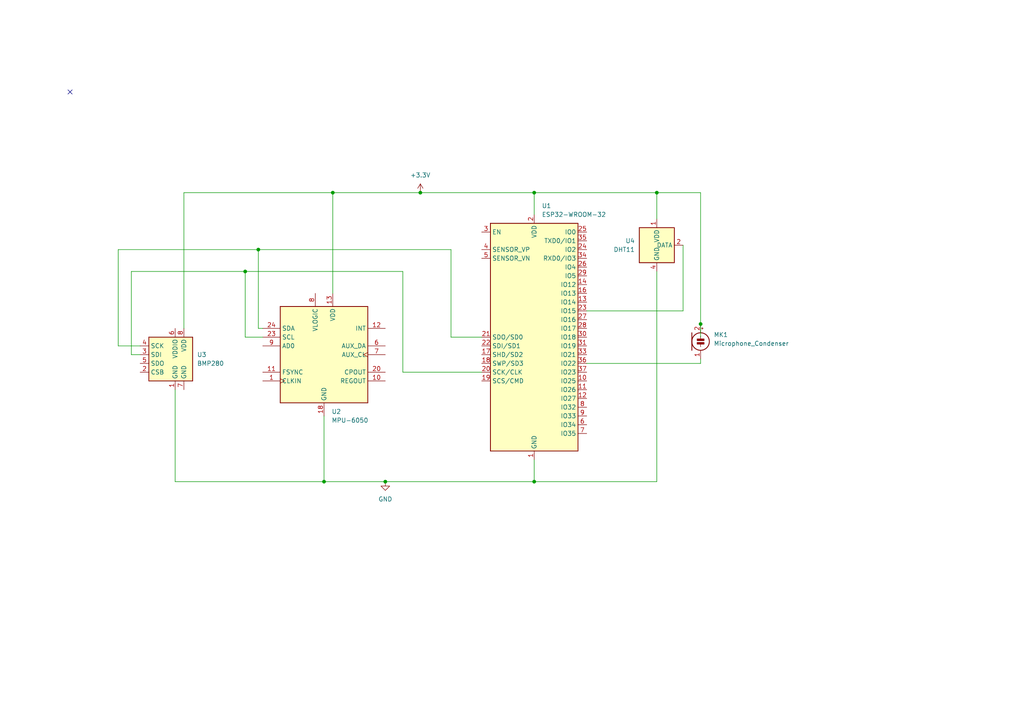
<source format=kicad_sch>
(kicad_sch (version 20230121) (generator eeschema)
  (paper "A4")
  (lib_symbols
    (symbol "Device:Microphone_Condenser" (pin_names (offset 0.0254) hide)
      (property "Reference" "MK" (at -3.302 1.27 0))
      (property "Value" "Microphone_Condenser" (at -3.302 -0.635 0))
      (symbol "Microphone_Condenser_0_1"
        (polyline (pts (xy -2.54 2.54) (xy -2.54 -2.54)) (stroke (width 0.254)))
        (polyline (pts (xy 0 -0.762) (xy 0 -1.524)))
        (polyline (pts (xy 0 0.762) (xy 0 1.524)))
        (polyline (pts (xy 0.254 3.81) (xy 0.762 3.81)))
        (polyline (pts (xy 0.508 4.064) (xy 0.508 3.556)))
        (circle (center 0 0) (radius 2.54) (stroke (width 0.254)))
        (rectangle (start 1.016 -0.254) (end -1.016 -0.762) (fill (type outline)))
        (rectangle (start 1.016 0.762) (end -1.016 0.254) (fill (type outline)))
      )
      (symbol "Microphone_Condenser_1_1"
        (pin passive line (at 0 -5.08 90) (length 2.54) (name "-") (number "1"))
        (pin passive line (at 0 5.08 270) (length 2.54) (name "+") (number "2"))
      )
    )
    (symbol "RF_Module:ESP32-WROOM-32"
      (property "Reference" "U" (at -12.7 34.29 0))
      (property "Value" "ESP32-WROOM-32" (at 1.27 34.29 0))
      (symbol "ESP32-WROOM-32_0_1"
        (rectangle (start -12.7 33.02) (end 12.7 -33.02) (stroke (width 0.254)) (fill (type background)))
      )
      (symbol "ESP32-WROOM-32_1_1"
        (pin power_in line (at 0 -35.56 90) (length 2.54) (name "GND") (number "1"))
        (pin bidirectional line (at 15.24 -12.7 180) (length 2.54) (name "IO25") (number "10"))
        (pin bidirectional line (at 15.24 -15.24 180) (length 2.54) (name "IO26") (number "11"))
        (pin bidirectional line (at 15.24 -17.78 180) (length 2.54) (name "IO27") (number "12"))
        (pin bidirectional line (at 15.24 10.16 180) (length 2.54) (name "IO14") (number "13"))
        (pin bidirectional line (at 15.24 15.24 180) (length 2.54) (name "IO12") (number "14"))
        (pin passive line (at 0 -35.56 90) (length 2.54) hide (name "GND") (number "15"))
        (pin bidirectional line (at 15.24 12.7 180) (length 2.54) (name "IO13") (number "16"))
        (pin bidirectional line (at -15.24 -5.08 0) (length 2.54) (name "SHD/SD2") (number "17"))
        (pin bidirectional line (at -15.24 -7.62 0) (length 2.54) (name "SWP/SD3") (number "18"))
        (pin bidirectional line (at -15.24 -12.7 0) (length 2.54) (name "SCS/CMD") (number "19"))
        (pin power_in line (at 0 35.56 270) (length 2.54) (name "VDD") (number "2"))
        (pin bidirectional line (at -15.24 -10.16 0) (length 2.54) (name "SCK/CLK") (number "20"))
        (pin bidirectional line (at -15.24 0 0) (length 2.54) (name "SDO/SD0") (number "21"))
        (pin bidirectional line (at -15.24 -2.54 0) (length 2.54) (name "SDI/SD1") (number "22"))
        (pin bidirectional line (at 15.24 7.62 180) (length 2.54) (name "IO15") (number "23"))
        (pin bidirectional line (at 15.24 25.4 180) (length 2.54) (name "IO2") (number "24"))
        (pin bidirectional line (at 15.24 30.48 180) (length 2.54) (name "IO0") (number "25"))
        (pin bidirectional line (at 15.24 20.32 180) (length 2.54) (name "IO4") (number "26"))
        (pin bidirectional line (at 15.24 5.08 180) (length 2.54) (name "IO16") (number "27"))
        (pin bidirectional line (at 15.24 2.54 180) (length 2.54) (name "IO17") (number "28"))
        (pin bidirectional line (at 15.24 17.78 180) (length 2.54) (name "IO5") (number "29"))
        (pin input line (at -15.24 30.48 0) (length 2.54) (name "EN") (number "3"))
        (pin bidirectional line (at 15.24 0 180) (length 2.54) (name "IO18") (number "30"))
        (pin bidirectional line (at 15.24 -2.54 180) (length 2.54) (name "IO19") (number "31"))
        (pin no_connect line (at -12.7 -27.94 0) (length 2.54) hide (name "NC") (number "32"))
        (pin bidirectional line (at 15.24 -5.08 180) (length 2.54) (name "IO21") (number "33"))
        (pin bidirectional line (at 15.24 22.86 180) (length 2.54) (name "RXD0/IO3") (number "34"))
        (pin bidirectional line (at 15.24 27.94 180) (length 2.54) (name "TXD0/IO1") (number "35"))
        (pin bidirectional line (at 15.24 -7.62 180) (length 2.54) (name "IO22") (number "36"))
        (pin bidirectional line (at 15.24 -10.16 180) (length 2.54) (name "IO23") (number "37"))
        (pin passive line (at 0 -35.56 90) (length 2.54) hide (name "GND") (number "38"))
        (pin passive line (at 0 -35.56 90) (length 2.54) hide (name "GND") (number "39"))
        (pin input line (at -15.24 25.4 0) (length 2.54) (name "SENSOR_VP") (number "4"))
        (pin input line (at -15.24 22.86 0) (length 2.54) (name "SENSOR_VN") (number "5"))
        (pin input line (at 15.24 -25.4 180) (length 2.54) (name "IO34") (number "6"))
        (pin input line (at 15.24 -27.94 180) (length 2.54) (name "IO35") (number "7"))
        (pin bidirectional line (at 15.24 -20.32 180) (length 2.54) (name "IO32") (number "8"))
        (pin bidirectional line (at 15.24 -22.86 180) (length 2.54) (name "IO33") (number "9"))
      )
    )
    (symbol "Sensor:DHT11"
      (property "Reference" "U" (at -3.81 6.35 0))
      (property "Value" "DHT11" (at 3.81 6.35 0))
      (symbol "DHT11_0_1"
        (rectangle (start -5.08 5.08) (end 5.08 -5.08) (stroke (width 0.254)) (fill (type background)))
      )
      (symbol "DHT11_1_1"
        (pin power_in line (at 0 7.62 270) (length 2.54) (name "VDD") (number "1"))
        (pin bidirectional line (at 7.62 0 180) (length 2.54) (name "DATA") (number "2"))
        (pin no_connect line (at -5.08 0 0) (length 2.54) hide (name "NC") (number "3"))
        (pin power_in line (at 0 -7.62 90) (length 2.54) (name "GND") (number "4"))
      )
    )
    (symbol "Sensor_Motion:MPU-6050"
      (property "Reference" "U" (at -11.43 13.97 0))
      (property "Value" "MPU-6050" (at 7.62 -15.24 0))
      (symbol "MPU-6050_0_0"
        (text "" (at 12.7 -2.54 0) (effects (font (size 1.27 1.27))))
      )
      (symbol "MPU-6050_0_1"
        (rectangle (start -12.7 13.97) (end 12.7 -13.97) (stroke (width 0.254)) (fill (type background)))
      )
      (symbol "MPU-6050_1_1"
        (pin input clock (at -17.78 -7.62 0) (length 5.08) (name "CLKIN") (number "1"))
        (pin passive line (at 17.78 -7.62 180) (length 5.08) (name "REGOUT") (number "10"))
        (pin input line (at -17.78 -5.08 0) (length 5.08) (name "FSYNC") (number "11"))
        (pin output line (at 17.78 7.62 180) (length 5.08) (name "INT") (number "12"))
        (pin power_in line (at 2.54 17.78 270) (length 3.81) (name "VDD") (number "13"))
        (pin no_connect line (at -12.7 -10.16 0) (length 2.54) hide (name "NC") (number "14"))
        (pin no_connect line (at 12.7 12.7 180) (length 2.54) hide (name "NC") (number "15"))
        (pin no_connect line (at 12.7 10.16 180) (length 2.54) hide (name "NC") (number "16"))
        (pin no_connect line (at 12.7 5.08 180) (length 2.54) hide (name "NC") (number "17"))
        (pin power_in line (at 0 -17.78 90) (length 3.81) (name "GND") (number "18"))
        (pin no_connect line (at 12.7 -10.16 180) (length 2.54) hide (name "RESV") (number "19"))
        (pin no_connect line (at -12.7 12.7 0) (length 2.54) hide (name "NC") (number "2"))
        (pin passive line (at 17.78 -5.08 180) (length 5.08) (name "CPOUT") (number "20"))
        (pin no_connect line (at 12.7 -2.54 180) (length 2.54) hide (name "RESV") (number "21"))
        (pin no_connect line (at 12.7 -12.7 180) (length 2.54) hide (name "RESV") (number "22"))
        (pin input line (at -17.78 5.08 0) (length 5.08) (name "SCL") (number "23"))
        (pin bidirectional line (at -17.78 7.62 0) (length 5.08) (name "SDA") (number "24"))
        (pin no_connect line (at -12.7 10.16 0) (length 2.54) hide (name "NC") (number "3"))
        (pin no_connect line (at -12.7 0 0) (length 2.54) hide (name "NC") (number "4"))
        (pin no_connect line (at -12.7 -2.54 0) (length 2.54) hide (name "NC") (number "5"))
        (pin bidirectional line (at 17.78 2.54 180) (length 5.08) (name "AUX_DA") (number "6"))
        (pin output clock (at 17.78 0 180) (length 5.08) (name "AUX_CL") (number "7"))
        (pin power_in line (at -2.54 17.78 270) (length 3.81) (name "VLOGIC") (number "8"))
        (pin input line (at -17.78 2.54 0) (length 5.08) (name "AD0") (number "9"))
      )
    )
    (symbol "Sensor_Pressure:BMP280"
      (property "Reference" "U" (at -7.62 10.16 0))
      (property "Value" "BMP280" (at 5.08 10.16 0))
      (symbol "BMP280_0_1"
        (rectangle (start -7.62 -5.08) (end 5.08 7.62) (stroke (width 0.254)) (fill (type background)))
      )
      (symbol "BMP280_1_1"
        (pin power_in line (at 0 -7.62 90) (length 2.54) (name "GND") (number "1"))
        (pin input line (at -10.16 -2.54 0) (length 2.54) (name "CSB") (number "2"))
        (pin bidirectional line (at -10.16 2.54 0) (length 2.54) (name "SDI") (number "3"))
        (pin input line (at -10.16 5.08 0) (length 2.54) (name "SCK") (number "4"))
        (pin bidirectional line (at -10.16 0 0) (length 2.54) (name "SDO") (number "5"))
        (pin power_in line (at 0 10.16 270) (length 2.54) (name "VDDIO") (number "6"))
        (pin power_in line (at 2.54 -7.62 90) (length 2.54) (name "GND") (number "7"))
        (pin power_in line (at 2.54 10.16 270) (length 2.54) (name "VDD") (number "8"))
      )
    )
    (symbol "power:+3.3V" (power) (pin_names (offset 0))
      (property "Value" "+3.3V" (at 0 3.556 0))
      (symbol "+3.3V_0_1"
        (polyline (pts (xy -0.762 1.27) (xy 0 2.54)))
        (polyline (pts (xy 0 0) (xy 0 2.54)))
        (polyline (pts (xy 0 2.54) (xy 0.762 1.27)))
      )
      (symbol "+3.3V_1_1"
        (pin power_in line (at 0 0 90) (length 0) hide (name "+3.3V") (number "1"))
      )
    )
    (symbol "power:GND" (power) (pin_names (offset 0))
      (property "Value" "GND" (at 0 -3.81 0))
      (symbol "GND_0_1"
        (polyline (pts (xy 0 0) (xy 0 -1.27) (xy 1.27 -1.27) (xy 0 -2.54) (xy -1.27 -1.27) (xy 0 -1.27)))
      )
      (symbol "GND_1_1"
        (pin power_in line (at 0 0 270) (length 0) hide (name "GND") (number "1"))
      )
    )
  )
  (junction (at 121.92 55.88))
  (junction (at 190.5 55.88))
  (junction (at 154.94 55.88))
  (junction (at 111.76 139.7))
  (junction (at 154.94 139.7))
  (junction (at 96.52 55.88))
  (junction (at 71.12 78.74))
  (junction (at 74.93 72.39))
  (junction (at 93.98 139.7))
  (junction (at 203.2 93.98))
  (no_connect (at 20.32 26.67))
  (wire (pts (xy 154.94 139.7) (xy 190.5 139.7)))
  (wire (pts (xy 74.93 72.39) (xy 74.93 95.25)))
  (wire (pts (xy 203.2 93.98) (xy 203.2 97.79)))
  (wire (pts (xy 198.12 90.17) (xy 170.18 90.17)))
  (wire (pts (xy 203.2 104.14) (xy 203.2 105.41)))
  (wire (pts (xy 71.12 78.74) (xy 116.84 78.74)))
  (wire (pts (xy 38.1 78.74) (xy 38.1 102.87)))
  (wire (pts (xy 139.7 107.95) (xy 116.84 107.95)))
  (wire (pts (xy 203.2 55.88) (xy 203.2 93.98)))
  (wire (pts (xy 93.98 139.7) (xy 111.76 139.7)))
  (wire (pts (xy 190.5 55.88) (xy 203.2 55.88)))
  (wire (pts (xy 96.52 55.88) (xy 121.92 55.88)))
  (wire (pts (xy 38.1 78.74) (xy 71.12 78.74)))
  (wire (pts (xy 154.94 55.88) (xy 154.94 62.23)))
  (wire (pts (xy 93.98 139.7) (xy 93.98 120.65)))
  (wire (pts (xy 121.92 55.88) (xy 154.94 55.88)))
  (wire (pts (xy 34.29 72.39) (xy 74.93 72.39)))
  (wire (pts (xy 40.64 100.33) (xy 34.29 100.33)))
  (wire (pts (xy 74.93 95.25) (xy 76.2 95.25)))
  (wire (pts (xy 76.2 97.79) (xy 71.12 97.79)))
  (wire (pts (xy 50.8 139.7) (xy 93.98 139.7)))
  (wire (pts (xy 53.34 95.25) (xy 53.34 55.88)))
  (wire (pts (xy 38.1 102.87) (xy 40.64 102.87)))
  (wire (pts (xy 190.5 78.74) (xy 190.5 139.7)))
  (wire (pts (xy 154.94 133.35) (xy 154.94 139.7)))
  (wire (pts (xy 190.5 63.5) (xy 190.5 55.88)))
  (wire (pts (xy 96.52 85.09) (xy 96.52 55.88)))
  (wire (pts (xy 74.93 72.39) (xy 130.81 72.39)))
  (wire (pts (xy 130.81 97.79) (xy 130.81 72.39)))
  (wire (pts (xy 139.7 97.79) (xy 130.81 97.79)))
  (wire (pts (xy 198.12 71.12) (xy 198.12 90.17)))
  (wire (pts (xy 111.76 139.7) (xy 154.94 139.7)))
  (wire (pts (xy 170.18 105.41) (xy 203.2 105.41)))
  (wire (pts (xy 116.84 107.95) (xy 116.84 78.74)))
  (wire (pts (xy 34.29 100.33) (xy 34.29 72.39)))
  (wire (pts (xy 190.5 55.88) (xy 154.94 55.88)))
  (wire (pts (xy 50.8 113.03) (xy 50.8 139.7)))
  (wire (pts (xy 53.34 55.88) (xy 96.52 55.88)))
  (wire (pts (xy 71.12 97.79) (xy 71.12 78.74)))
  (symbol (lib_id "Sensor_Pressure:BMP280") (at 50.8 105.41 0) (unit 1)
    (property "Reference" "U3" (at 57.15 102.87 0) (effects (justify left)))
    (property "Value" "BMP280" (at 57.15 105.41 0) (effects (justify left)))
    (property "Footprint" "Package_LGA:Bosch_LGA-8_2x2.5mm_P0.65mm_ClockwisePinNumbering" (effects hide))
    (property "Datasheet" "https://ae-bst.resource.bosch.com/media/_tech/media/datasheets/BST-BMP280-DS001.pdf" (effects hide))
  )
  (symbol (lib_id "Device:Microphone_Condenser") (at 203.2 99.06 0) (unit 1)
    (property "Reference" "MK1" (at 207.01 97.0915 0) (effects (justify left)))
    (property "Value" "Microphone_Condenser" (at 207.01 99.6315 0) (effects (justify left)))
  )
  (symbol (lib_id "power:GND") (at 111.76 139.7 0) (unit 1)
    (property "Reference" "#PWR01" (effects hide))
    (property "Value" "GND" (at 111.76 144.78 0))
  )
  (symbol (lib_id "Sensor_Motion:MPU-6050") (at 93.98 102.87 0) (unit 1)
    (property "Reference" "U2" (at 96.1741 119.38 0) (effects (justify left)))
    (property "Value" "MPU-6050" (at 96.1741 121.92 0) (effects (justify left)))
    (property "Footprint" "Sensor_Motion:InvenSense_QFN-24_4x4mm_P0.5mm" (effects hide))
    (property "Datasheet" "https://invensense.tdk.com/wp-content/uploads/2015/02/MPU-6000-Datasheet1.pdf" (effects hide))
  )
  (symbol (lib_id "RF_Module:ESP32-WROOM-32") (at 154.94 97.79 0) (unit 1)
    (property "Reference" "U1" (at 157.1341 59.69 0) (effects (justify left)))
    (property "Value" "ESP32-WROOM-32" (at 157.1341 62.23 0) (effects (justify left)))
    (property "Footprint" "RF_Module:ESP32-WROOM-32" (effects hide))
    (property "Datasheet" "https://www.espressif.com/sites/default/files/documentation/esp32-wroom-32_datasheet_en.pdf" (effects hide))
  )
  (symbol (lib_id "power:+3.3V") (at 121.92 55.88 0) (unit 1)
    (property "Reference" "#PWR04" (effects hide))
    (property "Value" "+3.3V" (at 121.92 50.8 0))
  )
  (symbol (lib_id "Sensor:DHT11") (at 190.5 71.12 0) (unit 1)
    (property "Reference" "U4" (at 184.15 69.85 0) (effects (justify right)))
    (property "Value" "DHT11" (at 184.15 72.39 0) (effects (justify right)))
    (property "Footprint" "Sensor:Aosong_DHT11_5.5x12.0_P2.54mm" (effects hide))
    (property "Datasheet" "http://akizukidenshi.com/download/ds/aosong/DHT11.pdf" (effects hide))
  )
)
</source>
